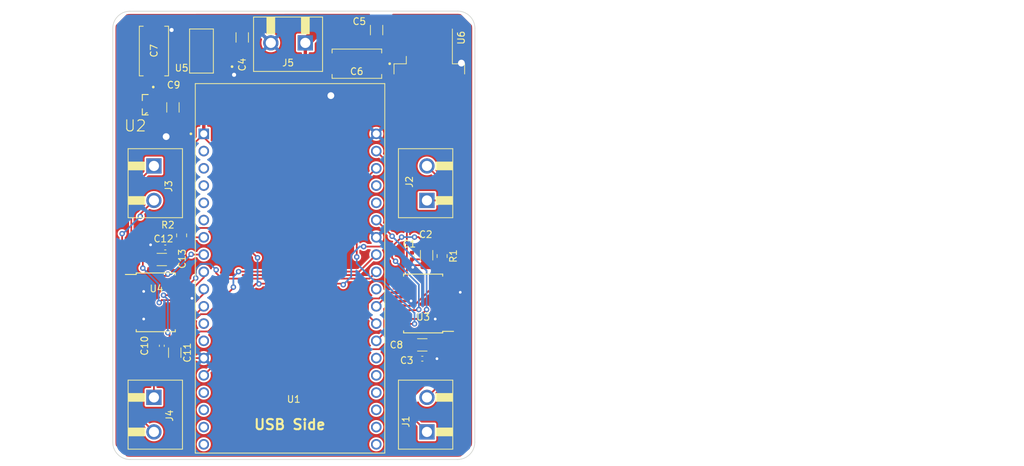
<source format=kicad_pcb>
(kicad_pcb (version 20211014) (generator pcbnew)
  (layers (0 "F.Cu" signal) (31 "B.Cu" power) (34 "B.Paste" user) (35 "F.Paste" user) (36 "B.SilkS" user "B.Silkscreen") (37 "F.SilkS" user "F.Silkscreen") (38 "B.Mask" user) (39 "F.Mask" user) (44 "Edge.Cuts" user))
  (net 0 "")
  (net 1 "+3V3")
  (net 2 "GND")
  (net 3 "+5V")
  (net 4 "Vin")
  (net 5 "AO1_M1")
  (net 6 "AO2_M1")
  (net 7 "BO1_M1")
  (net 8 "BO2_M1")
  (net 9 "AO1_M2")
  (net 10 "AO2_M2")
  (net 11 "BO1_M2")
  (net 12 "BO2_M2")
  (net 13 "STBY_M1")
  (net 14 "STBY_M2")
  (net 21 "AIN1_M2")
  (net 22 "AIN2_M2")
  (net 23 "BIN2_M2")
  (net 26 "AIN1_M1")
  (net 30 "PWM_B_M1")
  (net 31 "PWM_A_M1")
  (net 34 "AIN2_M1")
  (net 35 "PWM_B_M2")
  (net 36 "PWM_A_M2")
  (net 38 "BIN2_M1")
  (net 45 "BIN1_M2")
  (net 46 "BIN1_M1")
  (footprint "Capacitor_SMD:C_0402_1005Metric" (layer "F.Cu") (at 171.6024 125.111)
    (fp_text reference "C3" (at -2.286 0.254) (layer "F.SilkS"))
    (fp_text value "0.1uF")
    (pad "1" smd roundrect (at -0.48 0) (size 0.56 0.62) (layers "F.Cu" "F.Paste" "F.Mask") (net 3 "+5V"))
    (pad "2" smd roundrect (at 0.48 0) (size 0.56 0.62) (layers "F.Cu" "F.Paste" "F.Mask") (net 2 "GND"))
  )
  (footprint "Capacitor_SMD:C_1206_3216Metric" (layer "F.Cu") (at 133.2484 110.506 180)
    (fp_text reference "C13" (at -3 0.1 90) (layer "F.SilkS"))
    (fp_text value "10uF")
    (pad "1" smd roundrect (at -1.475 0 180) (size 1.15 1.8) (layers "F.Cu" "F.Paste" "F.Mask") (roundrect_rratio 0.217391) (net 3 "+5V"))
    (pad "2" smd roundrect (at 1.475 0 180) (size 1.15 1.8) (layers "F.Cu" "F.Paste" "F.Mask") (roundrect_rratio 0.217391) (net 2 "GND"))
  )
  (footprint "Capacitor_SMD:C_0402_1005Metric" (layer "F.Cu") (at 133.2484 123.206 -90)
    (fp_text reference "C10" (at 0 2.54 90) (layer "F.SilkS"))
    (fp_text value "0.1uF")
    (pad "1" smd roundrect (at -0.48 0 270) (size 0.56 0.62) (layers "F.Cu" "F.Paste" "F.Mask") (net 1 "+3V3"))
    (pad "2" smd roundrect (at 0.48 0 270) (size 0.56 0.62) (layers "F.Cu" "F.Paste" "F.Mask") (net 2 "GND"))
  )
  (footprint "Capacitor_SMD:C_0402_1005Metric" (layer "F.Cu") (at 170.0784 109.998 -90)
    (fp_text reference "C1" (at -1.778 0.381 180) (layer "F.SilkS"))
    (fp_text value "0.1uF")
    (pad "1" smd roundrect (at -0.48 0 270) (size 0.56 0.62) (layers "F.Cu" "F.Paste" "F.Mask") (net 1 "+3V3"))
    (pad "2" smd roundrect (at 0.48 0 270) (size 0.56 0.62) (layers "F.Cu" "F.Paste" "F.Mask") (net 2 "GND"))
  )
  (footprint "SnapEDA Library:1760490000" (layer "F.Cu") (at 154.3819 78.61 180)
    (fp_text reference "J5" (at 2.54 -2.94 180) (layer "F.SilkS") (effects (font (size 1.000724 1.000724))))
    (fp_text value "1760510000")
    (pad "1" thru_hole rect locked (at 0 0 180) (size 2.25 2.25) (drill 1.5) (layers *.Cu *.Mask) (net 4 "Vin"))
    (pad "2" thru_hole circle locked (at 5.08 0 180) (size 2.25 2.25) (drill 1.5) (layers *.Cu *.Mask) (net 2 "GND"))
  )
  (footprint "Package_SO:SSOP-24_5.3x8.2mm_P0.65mm" (layer "F.Cu") (at 132.3594 116.81)
    (fp_text reference "U4" (at 0.1075 -2) (layer "F.SilkS"))
    (fp_text value "TB6612FNG")
    (pad "1" smd rect (at -3.6 -3.575) (size 1.75 0.45) (layers "F.Cu" "F.Paste" "F.Mask") (net 9 "AO1_M2"))
    (pad "2" smd rect (at -3.6 -2.925) (size 1.75 0.45) (layers "F.Cu" "F.Paste" "F.Mask") (net 9 "AO1_M2"))
    (pad "3" smd rect (at -3.6 -2.275) (size 1.75 0.45) (layers "F.Cu" "F.Paste" "F.Mask") (net 2 "GND"))
    (pad "4" smd rect (at -3.6 -1.625) (size 1.75 0.45) (layers "F.Cu" "F.Paste" "F.Mask") (net 2 "GND"))
    (pad "5" smd rect (at -3.6 -0.975) (size 1.75 0.45) (layers "F.Cu" "F.Paste" "F.Mask") (net 10 "AO2_M2"))
    (pad "6" smd rect (at -3.6 -0.325) (size 1.75 0.45) (layers "F.Cu" "F.Paste" "F.Mask") (net 10 "AO2_M2"))
    (pad "7" smd rect (at -3.6 0.325) (size 1.75 0.45) (layers "F.Cu" "F.Paste" "F.Mask") (net 12 "BO2_M2"))
    (pad "8" smd rect (at -3.6 0.975) (size 1.75 0.45) (layers "F.Cu" "F.Paste" "F.Mask") (net 12 "BO2_M2"))
    (pad "9" smd rect (at -3.6 1.625) (size 1.75 0.45) (layers "F.Cu" "F.Paste" "F.Mask") (net 2 "GND"))
    (pad "10" smd rect (at -3.6 2.275) (size 1.75 0.45) (layers "F.Cu" "F.Paste" "F.Mask") (net 2 "GND"))
    (pad "11" smd rect (at -3.6 2.925) (size 1.75 0.45) (layers "F.Cu" "F.Paste" "F.Mask") (net 11 "BO1_M2"))
    (pad "12" smd rect (at -3.6 3.575) (size 1.75 0.45) (layers "F.Cu" "F.Paste" "F.Mask") (net 11 "BO1_M2"))
    (pad "13" smd rect (at 3.6 3.575) (size 1.75 0.45) (layers "F.Cu" "F.Paste" "F.Mask") (net 3 "+5V"))
    (pad "14" smd rect (at 3.6 2.925) (size 1.75 0.45) (layers "F.Cu" "F.Paste" "F.Mask") (net 3 "+5V"))
    (pad "15" smd rect (at 3.6 2.275) (size 1.75 0.45) (layers "F.Cu" "F.Paste" "F.Mask") (net 35 "PWM_B_M2"))
    (pad "16" smd rect (at 3.6 1.625) (size 1.75 0.45) (layers "F.Cu" "F.Paste" "F.Mask") (net 23 "BIN2_M2"))
    (pad "17" smd rect (at 3.6 0.975) (size 1.75 0.45) (layers "F.Cu" "F.Paste" "F.Mask") (net 45 "BIN1_M2"))
    (pad "18" smd rect (at 3.6 0.325) (size 1.75 0.45) (layers "F.Cu" "F.Paste" "F.Mask") (net 2 "GND"))
    (pad "19" smd rect (at 3.6 -0.325) (size 1.75 0.45) (layers "F.Cu" "F.Paste" "F.Mask") (net 14 "STBY_M2"))
    (pad "20" smd rect (at 3.6 -0.975) (size 1.75 0.45) (layers "F.Cu" "F.Paste" "F.Mask") (net 1 "+3V3"))
    (pad "21" smd rect (at 3.6 -1.625) (size 1.75 0.45) (layers "F.Cu" "F.Paste" "F.Mask") (net 21 "AIN1_M2"))
    (pad "22" smd rect (at 3.6 -2.275) (size 1.75 0.45) (layers "F.Cu" "F.Paste" "F.Mask") (net 22 "AIN2_M2"))
    (pad "23" smd rect (at 3.6 -2.925) (size 1.75 0.45) (layers "F.Cu" "F.Paste" "F.Mask") (net 36 "PWM_A_M2"))
    (pad "24" smd rect (at 3.6 -3.575) (size 1.75 0.45) (layers "F.Cu" "F.Paste" "F.Mask") (net 3 "+5V"))
  )
  (footprint "Resistor_SMD:R_0805_2012Metric" (layer "F.Cu") (at 136.1694 106.95 -90)
    (fp_text reference "R2" (at -1.524 2.032 180) (layer "F.SilkS"))
    (fp_text value "10k")
    (pad "1" smd roundrect (at -0.9125 0 270) (size 1.025 1.4) (layers "F.Cu" "F.Paste" "F.Mask") (roundrect_rratio 0.243902) (net 1 "+3V3"))
    (pad "2" smd roundrect (at 0.9125 0 270) (size 1.025 1.4) (layers "F.Cu" "F.Paste" "F.Mask") (roundrect_rratio 0.243902) (net 14 "STBY_M2"))
  )
  (footprint "Resistor_SMD:R_0805_2012Metric" (layer "F.Cu") (at 174.5234 109.998 -90)
    (fp_text reference "R1" (at 0 -1.65 90) (layer "F.SilkS"))
    (fp_text value "10k")
    (pad "1" smd roundrect (at -0.9125 0 270) (size 1.025 1.4) (layers "F.Cu" "F.Paste" "F.Mask") (roundrect_rratio 0.243902) (net 1 "+3V3"))
    (pad "2" smd roundrect (at 0.9125 0 270) (size 1.025 1.4) (layers "F.Cu" "F.Paste" "F.Mask") (roundrect_rratio 0.243902) (net 13 "STBY_M1"))
  )
  (footprint "Capacitor_SMD:C_1206_3216Metric" (layer "F.Cu") (at 171.6024 123.079)
    (fp_text reference "C8" (at -3.81 0) (layer "F.SilkS"))
    (fp_text value "10uF")
    (pad "1" smd roundrect (at -1.475 0) (size 1.15 1.8) (layers "F.Cu" "F.Paste" "F.Mask") (roundrect_rratio 0.217391) (net 3 "+5V"))
    (pad "2" smd roundrect (at 1.475 0) (size 1.15 1.8) (layers "F.Cu" "F.Paste" "F.Mask") (roundrect_rratio 0.217391) (net 2 "GND"))
  )
  (footprint "Capacitor_SMD:C_1206_3216Metric" (layer "F.Cu") (at 134.8894 88.11 -90)
    (fp_text reference "C9" (at -3.3 -0.1 180) (layer "F.SilkS"))
    (fp_text value "10uF")
    (pad "1" smd roundrect (at -1.475 0 270) (size 1.15 1.8) (layers "F.Cu" "F.Paste" "F.Mask") (roundrect_rratio 0.217391) (net 3 "+5V"))
    (pad "2" smd roundrect (at 1.475 0 270) (size 1.15 1.8) (layers "F.Cu" "F.Paste" "F.Mask") (roundrect_rratio 0.217391) (net 2 "GND"))
  )
  (footprint "Capacitor_SMD:C_1206_3216Metric" (layer "F.Cu") (at 172.2374 109.871 -90)
    (fp_text reference "C2" (at -3.048 0.127 180) (layer "F.SilkS"))
    (fp_text value "10uF")
    (pad "1" smd roundrect (at -1.475 0 270) (size 1.15 1.8) (layers "F.Cu" "F.Paste" "F.Mask") (roundrect_rratio 0.217391) (net 1 "+3V3"))
    (pad "2" smd roundrect (at 1.475 0 270) (size 1.15 1.8) (layers "F.Cu" "F.Paste" "F.Mask") (roundrect_rratio 0.217391) (net 2 "GND"))
  )
  (footprint "SnapEDA Library:CAPMP7343X310N" (layer "F.Cu") (at 132.0894 79.81 90)
    (fp_text reference "C7" (at 0.038 0.016 90) (layer "F.SilkS"))
    (fp_text value "100uF")
    (pad "1" smd rect locked (at -3.11 0 90) (size 2.3 2.52) (layers "F.Cu" "F.Paste" "F.Mask") (net 1 "+3V3"))
    (pad "2" smd rect locked (at 3.11 0 90) (size 2.3 2.52) (layers "F.Cu" "F.Paste" "F.Mask") (net 2 "GND"))
  )
  (footprint "SnapEDA Library:CAPMP7343X310N" (layer "F.Cu") (at 161.9759 81.677 180)
    (fp_text reference "C6" (at 0.0255 -1.143 180) (layer "F.SilkS"))
    (fp_text value "100uF")
    (pad "1" smd rect (at -3.11 0 180) (size 2.3 2.52) (layers "F.Cu" "F.Paste" "F.Mask") (net 3 "+5V"))
    (pad "2" smd rect (at 3.11 0 180) (size 2.3 2.52) (layers "F.Cu" "F.Paste" "F.Mask") (net 2 "GND"))
  )
  (footprint "SnapEDA Library:1760490000" (layer "F.Cu") (at 172.2894 101.81 90)
    (fp_text reference "J2" (at 2.734 -2.592 90) (layer "F.SilkS") (effects (font (size 1.000724 1.000724))))
    (fp_text value "1760510000")
    (pad "1" thru_hole rect locked (at 0 0 90) (size 2.25 2.25) (drill 1.5) (layers *.Cu *.Mask) (net 7 "BO1_M1"))
    (pad "2" thru_hole circle locked (at 5.08 0 90) (size 2.25 2.25) (drill 1.5) (layers *.Cu *.Mask) (net 8 "BO2_M1"))
  )
  (footprint "SnapEDA Library:1760490000" (layer "F.Cu") (at 172.2894 135.89 90)
    (fp_text reference "J1" (at 1.508 -3.1 90) (layer "F.SilkS") (effects (font (size 1.000724 1.000724))))
    (fp_text value "1760510000")
    (pad "1" thru_hole rect locked (at 0 0 90) (size 2.25 2.25) (drill 1.5) (layers *.Cu *.Mask) (net 5 "AO1_M1"))
    (pad "2" thru_hole circle locked (at 5.08 0 90) (size 2.25 2.25) (drill 1.5) (layers *.Cu *.Mask) (net 6 "AO2_M1"))
  )
  (footprint "Capacitor_SMD:C_1206_3216Metric" (layer "F.Cu") (at 164.8714 76.724 -90)
    (fp_text reference "C5" (at -1.27 2.54) (layer "F.SilkS"))
    (fp_text value "10uF")
    (pad "1" smd roundrect (at -1.475 0 270) (size 1.15 1.8) (layers "F.Cu" "F.Paste" "F.Mask") (roundrect_rratio 0.217391) (net 4 "Vin"))
    (pad "2" smd roundrect (at 1.475 0 270) (size 1.15 1.8) (layers "F.Cu" "F.Paste" "F.Mask") (roundrect_rratio 0.217391) (net 2 "GND"))
  )
  (footprint "Package_TO_SOT_SMD:TO-263-3_TabPin2" (layer "F.Cu") (at 172.6374 84.64 -90)
    (fp_text reference "U6" (at -6.785 -4.699 90) (layer "F.SilkS"))
    (fp_text value "LM1085-5.0")
    (pad "1" smd rect (at -5.775 -2.54 270) (size 4.6 1.1) (layers "F.Cu" "F.Paste" "F.Mask") (net 2 "GND"))
    (pad "2" smd rect (at -5.775 0 270) (size 4.6 1.1) (layers "F.Cu" "F.Paste" "F.Mask") (net 3 "+5V"))
    (pad "2" smd rect (at 3.375 0 270) (size 9.4 10.8) (layers "F.Cu" "F.Mask") (net 3 "+5V"))
    (pad "3" smd rect (at -5.775 2.54 270) (size 4.6 1.1) (layers "F.Cu" "F.Paste" "F.Mask") (net 4 "Vin"))
  )
  (footprint "Capacitor_SMD:C_0402_1005Metric" (layer "F.Cu") (at 133.7564 108.728 180)
    (fp_text reference "C12" (at 0.254 1.27) (layer "F.SilkS"))
    (fp_text value "0.1uF")
    (pad "1" smd roundrect (at -0.48 0 180) (size 0.56 0.62) (layers "F.Cu" "F.Paste" "F.Mask") (net 3 "+5V"))
    (pad "2" smd roundrect (at 0.48 0 180) (size 0.56 0.62) (layers "F.Cu" "F.Paste" "F.Mask") (net 2 "GND"))
  )
  (footprint "SnapEDA Library:SOT230P700X180-4N" (layer "F.Cu") (at 139.0894 79.81 180)
    (fp_text reference "U5" (at 2.92 -2.502 180) (layer "F.SilkS"))
    (fp_text value "ZLDO1117G33TA")
    (pad "1" smd roundrect locked (at -3.01 -2.3 180) (size 1.81 0.89) (layers "F.Cu" "F.Paste" "F.Mask") (roundrect_rratio 0.11) (net 2 "GND"))
    (pad "2" smd roundrect locked (at -3.01 0 180) (size 1.81 0.89) (layers "F.Cu" "F.Paste" "F.Mask") (roundrect_rratio 0.11) (net 1 "+3V3"))
    (pad "3" smd roundrect locked (at -3.01 2.3 180) (size 1.81 0.89) (layers "F.Cu" "F.Paste" "F.Mask") (roundrect_rratio 0.11) (net 4 "Vin"))
    (pad "4" smd roundrect locked (at 3.01 0 180) (size 1.81 0.89) (layers "F.Cu" "F.Paste" "F.Mask") (roundrect_rratio 0.11) (net 1 "+3V3"))
  )
  (footprint "SnapEDA Library:1760490000" (layer "F.Cu") (at 132.0894 130.81 -90)
    (fp_text reference "J4" (at 2.683 -2.302 -90) (layer "F.SilkS") (effects (font (size 1.000724 1.000724))))
    (fp_text value "1760510000")
    (pad "1" thru_hole rect locked (at 0 0 270) (size 2.25 2.25) (drill 1.5) (layers *.Cu *.Mask) (net 11 "BO1_M2"))
    (pad "2" thru_hole circle locked (at 5.08 0 270) (size 2.25 2.25) (drill 1.5) (layers *.Cu *.Mask) (net 12 "BO2_M2"))
  )
  (footprint "SnapEDA Library:1760490000" (layer "F.Cu") (at 132.0894 96.73 -90)
    (fp_text reference "J3" (at 2.981 -2.175 -90) (layer "F.SilkS") (effects (font (size 1.000724 1.000724))))
    (fp_text value "1760510000")
    (pad "1" thru_hole rect locked (at 0 0 270) (size 2.25 2.25) (drill 1.5) (layers *.Cu *.Mask) (net 9 "AO1_M2"))
    (pad "2" thru_hole circle locked (at 5.08 0 270) (size 2.25 2.25) (drill 1.5) (layers *.Cu *.Mask) (net 10 "AO2_M2"))
  )
  (footprint "Capacitor_SMD:C_1206_3216Metric" (layer "F.Cu") (at 135.1534 124.222 -90)
    (fp_text reference "C11" (at 0 -1.85 90) (layer "F.SilkS"))
    (fp_text value "10uF")
    (pad "1" smd roundrect (at -1.475 0 270) (size 1.15 1.8) (layers "F.Cu" "F.Paste" "F.Mask") (roundrect_rratio 0.217391) (net 1 "+3V3"))
    (pad "2" smd roundrect (at 1.475 0 270) (size 1.15 1.8) (layers "F.Cu" "F.Paste" "F.Mask") (roundrect_rratio 0.217391) (net 2 "GND"))
  )
  (footprint "SnapEDA Library:SOT95P240X105-3N" (layer "F.Cu") (at 131.0894 87.71 180)
    (fp_text reference "U2" (at 1.753325 -3.111 180) (layer "F.SilkS") (effects (font (size 1.640685 1.640685))))
    (fp_text value "DMG3415U-7")
    (pad "1" smd rect locked (at -1.016 -0.9652 180) (size 1.3208 0.5588) (layers "F.Cu" "F.Paste" "F.Mask") (net 2 "GND"))
    (pad "2" smd rect locked (at -1.016 0.9652 180) (size 1.3208 0.5588) (layers "F.Cu" "F.Paste" "F.Mask") (net 3 "+5V"))
    (pad "3" smd rect locked (at 1.016 0 180) (size 1.3208 0.5588) (layers "F.Cu" "F.Paste" "F.Mask") (net 1 "+3V3"))
  )
  (footprint "Package_SO:SSOP-24_5.3x8.2mm_P0.65mm" (layer "F.Cu") (at 171.7294 116.983 180)
    (fp_text reference "U3" (at 0 -2) (layer "F.SilkS"))
    (fp_text value "TB6612FNG")
    (pad "1" smd rect (at -3.6 -3.575 180) (size 1.75 0.45) (layers "F.Cu" "F.Paste" "F.Mask") (net 5 "AO1_M1"))
    (pad "2" smd rect (at -3.6 -2.925 180) (size 1.75 0.45) (layers "F.Cu" "F.Paste" "F.Mask") (net 5 "AO1_M1"))
    (pad "3" smd rect (at -3.6 -2.275 180) (size 1.75 0.45) (layers "F.Cu" "F.Paste" "F.Mask") (net 2 "GND"))
    (pad "4" smd rect (at -3.6 -1.625 180) (size 1.75 0.45) (layers "F.Cu" "F.Paste" "F.Mask") (net 2 "GND"))
    (pad "5" smd rect (at -3.6 -0.975 180) (size 1.75 0.45) (layers "F.Cu" "F.Paste" "F.Mask") (net 6 "AO2_M1"))
    (pad "6" smd rect (at -3.6 -0.325 180) (size 1.75 0.45) (layers "F.Cu" "F.Paste" "F.Mask") (net 6 "AO2_M1"))
    (pad "7" smd rect (at -3.6 0.325 180) (size 1.75 0.45) (layers "F.Cu" "F.Paste" "F.Mask") (net 8 "BO2_M1"))
    (pad "8" smd rect (at -3.6 0.975 180) (size 1.75 0.45) (layers "F.Cu" "F.Paste" "F.Mask") (net 8 "BO2_M1"))
    (pad "9" smd rect (at -3.6 1.625 180) (size 1.75 0.45) (layers "F.Cu" "F.Paste" "F.Mask") (net 2 "GND"))
    (pad "10" smd rect (at -3.6 2.275 180) (size 1.75 0.45) (layers "F.Cu" "F.Paste" "F.Mask") (net 2 "GND"))
    (pad "11" smd rect (at -3.6 2.925 180) (size 1.75 0.45) (layers "F.Cu" "F.Paste" "F.Mask") (net 7 "BO1_M1"))
    (pad "12" smd rect (at -3.6 3.575 180) (size 1.75 0.45) (layers "F.Cu" "F.Paste" "F.Mask") (net 7 "BO1_M1"))
    (pad "13" smd rect (at 3.6 3.575 180) (size 1.75 0.45) (layers "F.Cu" "F.Paste" "F.Mask") (net 3 "+5V"))
    (pad "14" smd rect (at 3.6 2.925 180) (size 1.75 0.45) (layers "F.Cu" "F.Paste" "F.Mask") (net 3 "+5V"))
    (pad "15" smd rect (at 3.6 2.275 180) (size 1.75 0.45) (layers "F.Cu" "F.Paste" "F.Mask") (net 30 "PWM_B_M1"))
    (pad "16" smd rect (at 3.6 1.625 180) (size 1.75 0.45) (layers "F.Cu" "F.Paste" "F.Mask") (net 38 "BIN2_M1"))
    (pad "17" smd rect (at 3.6 0.975 180) (size 1.75 0.45) (layers "F.Cu" "F.Paste" "F.Mask") (net 46 "BIN1_M1"))
    (pad "18" smd rect (at 3.6 0.325 180) (size 1.75 0.45) (layers "F.Cu" "F.Paste" "F.Mask") (net 2 "GND"))
    (pad "19" smd rect (at 3.6 -0.325 180) (size 1.75 0.45) (layers "F.Cu" "F.Paste" "F.Mask") (net 13 "STBY_M1"))
    (pad "20" smd rect (at 3.6 -0.975 180) (size 1.75 0.45) (layers "F.Cu" "F.Paste" "F.Mask") (net 1 "+3V3"))
    (pad "21" smd rect (at 3.6 -1.625 180) (size 1.75 0.45) (layers "F.Cu" "F.Paste" "F.Mask") (net 26 "AIN1_M1"))
    (pad "22" smd rect (at 3.6 -2.275 180) (size 1.75 0.45) (layers "F.Cu" "F.Paste" "F.Mask") (net 34 "AIN2_M1"))
    (pad "23" smd rect (at 3.6 -2.925 180) (size 1.75 0.45) (layers "F.Cu" "F.Paste" "F.Mask") (net 31 "PWM_A_M1"))
    (pad "24" smd rect (at 3.6 -3.575 180) (size 1.75 0.45) (layers "F.Cu" "F.Paste" "F.Mask") (net 3 "+5V"))
  )
  (footprint "SnapEDA Library:MODULE_ESP32-DEVKITC-32D" (layer "F.Cu") (at 152.129399 111.76)
    (fp_text reference "U1" (at 0.550001 19.32) (layer "F.SilkS") (effects (font (size 1.000386 1.000386))))
    (fp_text value "ESP32-DEVKITC-32D")
    (pad "J2-1" thru_hole rect locked (at -12.7 -19.76) (size 1.56 1.56) (drill 1.04) (layers *.Cu *.Mask) (net 1 "+3V3"))
    (pad "J2-2" thru_hole circle locked (at -12.7 -17.22) (size 1.56 1.56) (drill 1.04) (layers *.Cu *.Mask))
    (pad "J2-3" thru_hole circle locked (at -12.7 -14.68) (size 1.56 1.56) (drill 1.04) (layers *.Cu *.Mask))
    (pad "J2-4" thru_hole circle locked (at -12.7 -12.14) (size 1.56 1.56) (drill 1.04) (layers *.Cu *.Mask))
    (pad "J2-5" thru_hole circle locked (at -12.7 -9.6) (size 1.56 1.56) (drill 1.04) (layers *.Cu *.Mask))
    (pad "J2-6" thru_hole circle locked (at -12.7 -7.06) (size 1.56 1.56) (drill 1.04) (layers *.Cu *.Mask))
    (pad "J2-7" thru_hole circle locked (at -12.7 -4.52) (size 1.56 1.56) (drill 1.04) (layers *.Cu *.Mask) (net 14 "STBY_M2"))
    (pad "J2-8" thru_hole circle locked (at -12.7 -1.98) (size 1.56 1.56) (drill 1.04) (layers *.Cu *.Mask) (net 21 "AIN1_M2"))
    (pad "J2-9" thru_hole circle locked (at -12.7 0.56) (size 1.56 1.56) (drill 1.04) (layers *.Cu *.Mask) (net 22 "AIN2_M2"))
    (pad "J2-10" thru_hole circle locked (at -12.7 3.1) (size 1.56 1.56) (drill 1.04) (layers *.Cu *.Mask) (net 45 "BIN1_M2"))
    (pad "J2-11" thru_hole circle locked (at -12.7 5.64) (size 1.56 1.56) (drill 1.04) (layers *.Cu *.Mask) (net 23 "BIN2_M2"))
    (pad "J2-12" thru_hole circle locked (at -12.7 8.18) (size 1.56 1.56) (drill 1.04) (layers *.Cu *.Mask))
    (pad "J2-13" thru_hole circle locked (at -12.7 10.72) (size 1.56 1.56) (drill 1.04) (layers *.Cu *.Mask))
    (pad "J2-14" thru_hole circle locked (at -12.7 13.26) (size 1.56 1.56) (drill 1.04) (layers *.Cu *.Mask) (net 2 "GND"))
    (pad "J2-15" thru_hole circle locked (at -12.7 15.8) (size 1.56 1.56) (drill 1.04) (layers *.Cu *.Mask) (net 26 "AIN1_M1"))
    (pad "J2-16" thru_hole circle locked (at -12.7 18.34) (size 1.56 1.56) (drill 1.04) (layers *.Cu *.Mask))
    (pad "J2-17" thru_hole circle locked (at -12.7 20.88) (size 1.56 1.56) (drill 1.04) (layers *.Cu *.Mask))
    (pad "J2-18" thru_hole circle locked (at -12.7 23.42) (size 1.56 1.56) (drill 1.04) (layers *.Cu *.Mask))
    (pad "J2-19" thru_hole circle locked (at -12.7 25.96) (size 1.56 1.56) (drill 1.04) (layers *.Cu *.Mask))
    (pad "J3-1" thru_hole circle locked (at 12.7 -19.76) (size 1.56 1.56) (drill 1.04) (layers *.Cu *.Mask) (net 2 "GND"))
    (pad "J3-2" thru_hole circle locked (at 12.7 -17.22) (size 1.56 1.56) (drill 1.04) (layers *.Cu *.Mask) (net 30 "PWM_B_M1"))
    (pad "J3-3" thru_hole circle locked (at 12.7 -14.68) (size 1.56 1.56) (drill 1.04) (layers *.Cu *.Mask) (net 31 "PWM_A_M1"))
    (pad "J3-4" thru_hole circle locked (at 12.7 -12.14) (size 1.56 1.56) (drill 1.04) (layers *.Cu *.Mask))
    (pad "J3-5" thru_hole circle locked (at 12.7 -9.6) (size 1.56 1.56) (drill 1.04) (layers *.Cu *.Mask))
    (pad "J3-6" thru_hole circle locked (at 12.7 -7.06) (size 1.56 1.56) (drill 1.04) (layers *.Cu *.Mask) (net 34 "AIN2_M1"))
    (pad "J3-7" thru_hole circle locked (at 12.7 -4.52) (size 1.56 1.56) (drill 1.04) (layers *.Cu *.Mask) (net 2 "GND"))
    (pad "J3-8" thru_hole circle locked (at 12.7 -1.98) (size 1.56 1.56) (drill 1.04) (layers *.Cu *.Mask) (net 35 "PWM_B_M2"))
    (pad "J3-9" thru_hole circle locked (at 12.7 0.56) (size 1.56 1.56) (drill 1.04) (layers *.Cu *.Mask) (net 36 "PWM_A_M2"))
    (pad "J3-10" thru_hole circle locked (at 12.7 3.1) (size 1.56 1.56) (drill 1.04) (layers *.Cu *.Mask))
    (pad "J3-11" thru_hole circle locked (at 12.7 5.64) (size 1.56 1.56) (drill 1.04) (layers *.Cu *.Mask) (net 46 "BIN1_M1"))
    (pad "J3-12" thru_hole circle locked (at 12.7 8.18) (size 1.56 1.56) (drill 1.04) (layers *.Cu *.Mask) (net 38 "BIN2_M1"))
    (pad "J3-13" thru_hole circle locked (at 12.7 10.72) (size 1.56 1.56) (drill 1.04) (layers *.Cu *.Mask) (net 13 "STBY_M1"))
    (pad "J3-14" thru_hole circle locked (at 12.7 13.26) (size 1.56 1.56) (drill 1.04) (layers *.Cu *.Mask))
    (pad "J3-15" thru_hole circle locked (at 12.7 15.8) (size 1.56 1.56) (drill 1.04) (layers *.Cu *.Mask))
    (pad "J3-16" thru_hole circle locked (at 12.7 18.34) (size 1.56 1.56) (drill 1.04) (layers *.Cu *.Mask))
    (pad "J3-17" thru_hole circle locked (at 12.7 20.88) (size 1.56 1.56) (drill 1.04) (layers *.Cu *.Mask))
    (pad "J3-18" thru_hole circle locked (at 12.7 23.42) (size 1.56 1.56) (drill 1.04) (layers *.Cu *.Mask))
    (pad "J3-19" thru_hole circle locked (at 12.7 25.96) (size 1.56 1.56) (drill 1.04) (layers *.Cu *.Mask))
  )
  (footprint "Capacitor_SMD:C_1206_3216Metric" (layer "F.Cu") (at 145.0894 77.81 90)
    (fp_text reference "C4" (at -4 0 90) (layer "F.SilkS"))
    (fp_text value "10uF")
    (pad "1" smd roundrect (at -1.475 0 90) (size 1.15 1.8) (layers "F.Cu" "F.Paste" "F.Mask") (roundrect_rratio 0.217391) (net 4 "Vin"))
    (pad "2" smd roundrect (at 1.475 0 90) (size 1.15 1.8) (layers "F.Cu" "F.Paste" "F.Mask") (roundrect_rratio 0.217391) (net 2 "GND"))
  )
  (gr_line (start 128.567451 73.948051) (end 176.8094 73.93) (layer "Edge.Cuts") (width 0.1))
  (gr_arc (start 176.8094 73.93) (mid 178.605451 74.673949) (end 179.3494 76.47) (layer "Edge.Cuts") (width 0.1))
  (gr_line (start 179.3494 76.47) (end 179.331349 137.411949) (layer "Edge.Cuts") (width 0.1))
  (gr_arc (start 179.331349 137.411949) (mid 178.5874 139.208) (end 176.791349 139.951949) (layer "Edge.Cuts") (width 0.1))
  (gr_line (start 176.791349 139.951949) (end 128.567451 139.951949) (layer "Edge.Cuts") (width 0.1))
  (gr_line (start 126.027451 137.411949) (end 126.027451 76.488051) (layer "Edge.Cuts") (width 0.1))
  (gr_arc (start 126.027451 76.488051) (mid 126.7714 74.692) (end 128.567451 73.948051) (layer "Edge.Cuts") (width 0.1))
  (gr_arc (start 128.567451 139.951949) (mid 126.7714 139.208) (end 126.027451 137.411949) (layer "Edge.Cuts") (width 0.1))
  (gr_text "USB Side" (at 152.0894 134.81) (layer "F.SilkS") (effects (font (size 1.5 1.5) (thickness 0.3))))
  (segment (start 142.953911 105.860511) (end 142.115711 105.860511) (width 0.254) (layer "F.Cu") (net 1))
  (segment (start 136.346389 105.860511) (end 136.1694 106.0375) (width 0.254) (layer "F.Cu") (net 1))
  (segment (start 171.0454 107.204) (end 172.2374 108.396) (width 0.254) (layer "F.Cu") (net 1))
  (segment (start 136.0794 79.81) (end 132.9694 82.92) (width 0.5) (layer "F.Cu") (net 1))
  (segment (start 130.0734 87.71) (end 130.0734 84.936) (width 0.5) (layer "F.Cu") (net 1))
  (segment (start 134.3914 121.555) (end 134.3914 121.985) (width 0.254) (layer "F.Cu") (net 1))
  (segment (start 141.1478 94.2246) (end 141.1478 104.8926) (width 0.254) (layer "F.Cu") (net 1))
  (segment (start 135.1324 122.726) (end 135.1534 122.747) (width 0.254) (layer "F.Cu") (net 1))
  (segment (start 139.429399 92) (end 139.429399 92.506199) (width 0.254) (layer "F.Cu") (net 1))
  (segment (start 133.2484 122.726) (end 135.1324 122.726) (width 0.254) (layer "F.Cu") (net 1))
  (segment (start 167.1574 108.601) (end 168.5544 107.204) (width 0.254) (layer "F.Cu") (net 1))
  (segment (start 140.078289 121.100511) (end 136.799889 121.100511) (width 0.254) (layer "F.Cu") (net 1))
  (segment (start 171.0084 117.958) (end 171.0944 117.872) (width 0.254) (layer "F.Cu") (net 1))
  (segment (start 147.5486 114.099011) (end 147.079789 114.099011) (width 0.254) (layer "F.Cu") (net 1))
  (segment (start 137.6172 104.5897) (end 137.6172 93.812199) (width 0.254) (layer "F.Cu") (net 1))
  (segment (start 139.429399 92.506199) (end 141.1478 94.2246) (width 0.254) (layer "F.Cu") (net 1))
  (segment (start 136.1694 106.0375) (end 137.6172 104.5897) (width 0.254) (layer "F.Cu") (net 1))
  (segment (start 135.8829 115.7585) (end 135.9594 115.835) (width 0.254) (layer "F.Cu") (net 1))
  (segment (start 141.1478 104.8926) (end 142.115711 105.860511) (width 0.254) (layer "F.Cu") (net 1))
  (segment (start 167.1574 110.252) (end 167.1574 108.601) (width 0.254) (layer "F.Cu") (net 1))
  (segment (start 139.429399 83.159999) (end 139.429399 92) (width 0.5) (layer "F.Cu") (net 1))
  (segment (start 142.115711 105.860511) (end 136.346389 105.860511) (width 0.254) (layer "F.Cu") (net 1))
  (segment (start 147.079789 114.099011) (end 140.078289 121.100511) (width 0.254) (layer "F.Cu") (net 1))
  (segment (start 167.6654 110.76) (end 167.1574 110.252) (width 0.254) (layer "F.Cu") (net 1))
  (segment (start 136.0794 79.81) (end 139.429399 83.159999) (width 0.5) (layer "F.Cu") (net 1))
  (segment (start 159.9692 114.2144) (end 159.8168 114.062) (width 0.254) (layer "F.Cu") (net 1))
  (segment (start 136.799889 121.100511) (end 135.1534 122.747) (width 0.254) (layer "F.Cu") (net 1))
  (segment (start 132.9694 82.92) (end 132.0894 82.92) (width 0.5) (layer "F.Cu") (net 1))
  (segment (start 147.585611 114.062) (end 147.5486 114.099011) (width 0.254) (layer "F.Cu") (net 1))
  (segment (start 134.1374 121.301) (end 134.3914 121.555) (width 0.254) (layer "F.Cu") (net 1))
  (segment (start 142.0994 79.81) (end 136.0794 79.81) (width 0.5) (layer "F.Cu") (net 1))
  (segment (start 137.6172 93.812199) (end 139.429399 92) (width 0.254) (layer "F.Cu") (net 1))
  (segment (start 170.4594 107.204) (end 171.0454 107.204) (width 0.254) (layer "F.Cu") (net 1))
  (segment (start 172.2374 108.396) (end 171.2004 108.396) (width 0.254) (layer "F.Cu") (net 1))
  (segment (start 172.2374 108.396) (end 173.8339 108.396) (width 0.254) (layer "F.Cu") (net 1))
  (segment (start 168.1294 117.958) (end 171.0084 117.958) (width 0.254) (layer "F.Cu") (net 1))
  (segment (start 133.498103 115.7585) (end 135.8829 115.7585) (width 0.254) (layer "F.Cu") (net 1))
  (segment (start 147.3454 110.252) (end 142.953911 105.860511) (width 0.254) (layer "F.Cu") (net 1))
  (segment (start 173.8339 108.396) (end 174.5234 109.0855) (width 0.254) (layer "F.Cu") (net 1))
  (segment (start 130.0734 84.936) (end 132.0894 82.92) (width 0.5) (layer "F.Cu") (net 1))
  (segment (start 171.2004 108.396) (end 170.0784 109.518) (width 0.254) (layer "F.Cu") (net 1))
  (segment (start 134.3914 121.985) (end 135.1534 122.747) (width 0.254) (layer "F.Cu") (net 1))
  (segment (start 159.8168 114.062) (end 147.585611 114.062) (width 0.254) (layer "F.Cu") (net 1))
  (segment (start 162.9664 108.601) (end 167.1574 108.601) (width 0.254) (layer "F.Cu") (net 1))
  (via (at 171.0944 117.872) (size 0.8) (drill 0.4) (layers "F.Cu" "B.Cu") (net 1))
  (via (at 170.4594 107.204) (size 0.8) (drill 0.4) (layers "F.Cu" "B.Cu") (net 1))
  (via (at 134.1374 121.301) (size 0.8) (drill 0.4) (layers "F.Cu" "B.Cu") (net 1))
  (via (at 162.9664 108.601) (size 0.8) (drill 0.4) (layers "F.Cu" "B.Cu") (net 1))
  (via (at 147.5486 114.099011) (size 0.8) (drill 0.4) (layers "F.Cu" "B.Cu") (net 1))
  (via (at 168.5544 107.204) (size 0.8) (drill 0.4) (layers "F.Cu" "B.Cu") (net 1))
  (via (at 167.6654 110.76) (size 0.8) (drill 0.4) (layers "F.Cu" "B.Cu") (net 1))
  (via (at 147.3454 110.252) (size 0.8) (drill 0.4) (layers "F.Cu" "B.Cu") (net 1))
  (via (at 133.498103 115.7585) (size 0.8) (drill 0.4) (layers "F.Cu" "B.Cu") (net 1))
  (via (at 159.9692 114.2144) (size 0.8) (drill 0.4) (layers "F.Cu" "B.Cu") (net 1))
  (segment (start 171.0944 117.872) (end 171.0944 114.189) (width 0.254) (layer "B.Cu") (net 1))
  (segment (start 171.0944 114.189) (end 167.6654 110.76) (width 0.254) (layer "B.Cu") (net 1))
  (segment (start 162.37059 108.601) (end 162.9664 108.601) (width 0.254) (layer "B.Cu") (net 1))
  (segment (start 147.3454 113.895811) (end 147.3454 110.252) (width 0.254) (layer "B.Cu") (net 1))
  (segment (start 147.5486 114.099011) (end 147.3454 113.895811) (width 0.254) (layer "B.Cu") (net 1))
  (segment (start 161.1376 113.046) (end 161.1376 109.83399) (width 0.254) (layer "B.Cu") (net 1))
  (segment (start 161.1376 109.83399) (end 162.37059 108.601) (width 0.254) (layer "B.Cu") (net 1))
  (segment (start 134.1374 116.397797) (end 133.498103 115.7585) (width 0.254) (layer "B.Cu") (net 1))
  (segment (start 134.1374 121.301) (end 134.1374 116.397797) (width 0.254) (layer "B.Cu") (net 1))
  (segment (start 168.5544 107.204) (end 170.4594 107.204) (width 0.254) (layer "B.Cu") (net 1))
  (segment (start 159.9692 114.2144) (end 161.1376 113.046) (width 0.254) (layer "B.Cu") (net 1))
  (segment (start 172.2374 111.346) (end 170.5084 111.346) (width 0.254) (layer "F.Cu") (net 2))
  (segment (start 131.9784 108.728) (end 131.5974 108.347) (width 0.254) (layer "F.Cu") (net 2))
  (segment (start 175.1774 78.865) (end 175.1774 79.405) (width 1.5) (layer "F.Cu") (net 2))
  (segment (start 162.3439 78.199) (end 158.8659 81.677) (width 1.5) (layer "F.Cu") (net 2))
  (segment (start 135.1534 125.697) (end 135.8304 125.02) (width 0.254) (layer "F.Cu") (net 2))
  (segment (start 175.1774 79.405) (end 177.3624 81.59) (width 1.5) (layer "F.Cu") (net 2))
  (segment (start 170.5084 111.346) (end 170.2054 111.649) (width 0.254) (layer "F.Cu") (net 2))
  (segment (start 130.3974 119.085) (end 130.5814 119.269) (width 0.254) (layer "F.Cu") (net 2))
  (segment (start 175.3294 115.358) (end 177.1644 115.358) (width 0.254) (layer "F.Cu") (net 2))
  (segment (start 137.6934 116.53) (end 137.6934 116.221) (width 0.254) (layer "F.Cu") (net 2))
  (segment (start 132.1054 90.626) (end 133.8894 92.41) (width 1.5) (layer "F.Cu") (net 2))
  (segment (start 173.0774 124.116) (end 172.0824 125.111) (width 0.254) (layer "F.Cu") (net 2))
  (segment (start 158.8659 85.6505) (end 158.1404 86.376) (width 1.5) (layer "F.Cu") (net 2))
  (segment (start 133.2764 108.728) (end 131.9784 108.728) (width 0.254) (layer "F.Cu") (net 2))
  (segment (start 177.1644 115.358) (end 177.1904 115.332) (width 0.254) (layer "F.Cu") (net 2))
  (segment (start 173.0774 124.427) (end 173.7614 125.111) (width 0.254) (layer "F.Cu") (net 2))
  (segment (start 171.3694 110.478) (end 172.2374 111.346) (width 0.254) (layer "F.Cu") (net 2))
  (segment (start 133.2484 123.792) (end 135.1534 125.697) (width 0.254) (layer "F.Cu") (net 2))
  (segment (start 142.0994 82.11) (end 142.6894 82.11) (width 0.5) (layer "F.Cu") (net 2))
  (segment (start 164.8714 78.199) (end 162.3439 78.199) (width 1.5) (layer "F.Cu") (net 2))
  (segment (start 132.1054 88.6752) (end 132.1054 90.626) (width 1.5) (layer "F.Cu") (net 2))
  (segment (start 168.1294 116.658) (end 169.8954 116.658) (width 0.254) (layer "F.Cu") (net 2))
  (segment (start 145.0894 76.335) (end 147.0269 76.335) (width 0.5) (layer "F.Cu") (net 2))
  (segment (start 128.7594 114.535) (end 128.7594 115.185) (width 0.254) (layer "F.Cu") (net 2))
  (segment (start 173.5184 119.258) (end 173.5074 119.269) (width 0.254) (layer "F.Cu") (net 2))
  (segment (start 173.0774 123.079) (end 173.0774 124.427) (width 0.254) (layer "F.Cu") (net 2))
  (segment (start 175.3294 115.358) (end 175.3294 114.708) (width 0.254) (layer "F.Cu") (net 2))
  (segment (start 131.7734 110.231) (end 133.2764 108.728) (width 0.254) (layer "F.Cu") (net 2))
  (segment (start 170.0784 111.522) (end 170.2054 111.649) (width 0.254) (layer "F.Cu") (net 2))
  (segment (start 158.8659 81.677) (end 158.8659 85.6505) (width 1.5) (layer "F.Cu") (net 2))
  (segment (start 133.2484 123.686) (end 133.2484 123.792) (width 0.254) (layer "F.Cu") (net 2))
  (segment (start 175.3294 119.258) (end 173.5184 119.258) (width 0.254) (layer "F.Cu") (net 2))
  (segment (start 135.9594 117.135) (end 137.0884 117.135) (width 0.254) (layer "F.Cu") (net 2))
  (segment (start 175.3294 118.608) (end 175.3294 119.258) (width 0.254) (layer "F.Cu") (net 2))
  (segment (start 170.0784 110.478) (end 171.3694 110.478) (width 0.254) (layer "F.Cu") (net 2))
  (segment (start 172.0824 125.111) (end 173.7614 125.111) (width 0.254) (layer "F.Cu") (net 2))
  (segment (start 134.8894 89.585) (end 134.8894 91.41) (width 1.5) (layer "F.Cu") (net 2))
  (segment (start 170.0784 110.478) (end 170.0784 111.522) (width 0.254) (layer "F.Cu") (net 2))
  (segment (start 173.0774 123.079) (end 173.0774 124.116) (width 0.254) (layer "F.Cu") (net 2))
  (segment (start 128.7594 118.435) (end 128.7594 119.085) (width 0.254) (layer "F.Cu") (net 2))
  (segment (start 142.6894 82.11) (end 143.8894 83.31) (width 0.5) (layer "F.Cu") (net 2))
  (segment (start 134.6794 76.7) (end 134.6894 76.71) (width 0.5) (layer "F.Cu") (net 2))
  (segment (start 128.7594 115.185) (end 130.5614 115.185) (width 0.254) (layer "F.Cu") (net 2))
  (segment (start 134.8894 91.41) (end 133.8894 92.41) (width 1.5) (layer "F.Cu") (net 2))
  (segment (start 147.0269 76.335) (end 149.3019 78.61) (width 0.5) (layer "F.Cu") (net 2))
  (segment (start 169.8954 116.658) (end 169.9514 116.602) (width 0.254) (layer "F.Cu") (net 2))
  (segment (start 128.7594 119.085) (end 130.3974 119.085) (width 0.254) (layer "F.Cu") (net 2))
  (segment (start 131.7734 108.523) (end 131.5974 108.347) (width 0.254) (layer "F.Cu") (net 2))
  (segment (start 130.5614 115.185) (end 130.5814 115.205) (width 0.254) (layer "F.Cu") (net 2))
  (segment (start 137.0884 117.135) (end 137.6934 116.53) (width 0.254) (layer "F.Cu") (net 2))
  (segment (start 131.7734 110.506) (end 131.7734 108.523) (width 0.254) (layer "F.Cu") (net 2))
  (segment (start 131.7734 110.506) (end 131.7734 110.231) (width 0.254) (layer "F.Cu") (net 2))
  (segment (start 132.0894 76.7) (end 134.6794 76.7) (width 0.5) (layer "F.Cu") (net 2))
  (segment (start 135.8304 125.02) (end 139.429399 125.02) (width 0.254) (layer "F.Cu") (net 2))
  (via (at 133.8894 92.41) (size 2) (drill 1) (layers "F.Cu" "B.Cu") (net 2))
  (via (at 137.6934 116.221) (size 0.8) (drill 0.4) (layers "F.Cu" "B.Cu") (net 2))
  (via (at 173.5074 119.269) (size 0.8) (drill 0.4) (layers "F.Cu" "B.Cu") (net 2))
  (via (at 177.1904 115.332) (size 0.8) (drill 0.4) (layers "F.Cu" "B.Cu") (net 2))
  (via (at 158.1404 86.376) (size 2) (drill 1) (layers "F.Cu" "B.Cu") (net 2))
  (via (at 134.6894 76.71) (size 1.2) (drill 0.6) (layers "F.Cu" "B.Cu") (net 2))
  (via (at 130.5814 115.205) (size 0.8) (drill 0.4) (layers "F.Cu" "B.Cu") (net 2))
  (via (at 143.8894 83.31) (size 1.2) (drill 0.6) (layers "F.Cu" "B.Cu") (net 2))
  (via (at 169.9514 116.602) (size 0.8) (drill 0.4) (layers "F.Cu" "B.Cu") (net 2))
  (via (at 131.5974 108.347) (size 0.8) (drill 0.4) (layers "F.Cu" "B.Cu") (net 2))
  (via (at 177.3624 81.59) (size 2) (drill 1) (layers "F.Cu" "B.Cu") (net 2))
  (via (at 130.5814 119.269) (size 0.8) (drill 0.4) (layers "F.Cu" "B.Cu") (net 2))
  (via (at 170.2054 111.649) (size 0.8) (drill 0.4) (layers "F.Cu" "B.Cu") (net 2))
  (via (at 173.7614 125.111) (size 0.8) (drill 0.4) (layers "F.Cu" "B.Cu") (net 2))
  (segment (start 172.6374 78.865) (end 172.6374 88.015) (width 1.5) (layer "F.Cu") (net 3))
  (segment (start 135.9594 120.385) (end 135.9594 119.735) (width 0.254) (layer "F.Cu") (net 3))
  (segment (start 134.7234 110.506) (end 134.7234 109.215) (width 0.254) (layer "F.Cu") (net 3))
  (segment (start 134.7234 109.215) (end 134.2364 108.728) (width 0.254) (layer "F.Cu") (net 3))
  (segment (start 157.0299 75.962) (end 164.1584 75.962) (width 1.5) (layer "F.Cu") (net 4))
  (segment (start 146.6144 80.81) (end 145.0894 79.285) (width 0.5) (layer "F.Cu") (net 4))
  (segment (start 154.3819 78.61) (end 154.3819 80.5175) (width 0.5) (layer "F.Cu") (net 4))
  (segment (start 166.4814 75.249) (end 170.0974 78.865) (width 1.5) (layer "F.Cu") (net 4))
  (segment (start 143.8744 79.285) (end 142.0994 77.51) (width 0.5) (layer "F.Cu") (net 4))
  (segment (start 164.8714 75.249) (end 166.4814 75.249) (width 1.5) (layer "F.Cu") (net 4))
  (segment (start 164.1584 75.962) (end 164.8714 75.249) (width 1.5) (layer "F.Cu") (net 4))
  (segment (start 154.3819 80.5175) (end 154.0894 80.81) (width 0.5) (layer "F.Cu") (net 4))
  (segment (start 154.0894 80.81) (end 146.6144 80.81) (width 0.5) (layer "F.Cu") (net 4))
  (segment (start 145.0894 79.285) (end 143.8744 79.285) (width 0.5) (layer "F.Cu") (net 4))
  (segment (start 157.0299 75.962) (end 154.3819 78.61) (width 1.5) (layer "F.Cu") (net 4))
  (segment (start 170.4594 130.510885) (end 175.3294 125.640885) (width 0.254) (layer "F.Cu") (net 5))
  (segment (start 172.2894 135.89) (end 170.4594 134.06) (width 0.254) (layer "F.Cu") (net 5))
  (segment (start 175.3294 119.908) (end 175.3294 120.558) (width 0.254) (layer "F.Cu") (net 5))
  (segment (start 175.3294 125.640885) (end 175.3294 120.558) (width 0.254) (layer "F.Cu") (net 5))
  (segment (start 170.4594 134.06) (end 170.4594 130.510885) (width 0.254) (layer "F.Cu") (net 5))
  (segment (start 172.2894 130.81) (end 176.6369 126.4625) (width 0.254) (layer "F.Cu") (net 6))
  (segment (start 176.8094 126.29) (end 176.6369 126.4625) (width 0.254) (layer "F.Cu") (net 6))
  (segment (start 175.3294 117.958) (end 176.432422 117.958) (width 0.254) (layer "F.Cu") (net 6))
  (segment (start 175.3294 117.308) (end 175.3294 117.958) (width 0.254) (layer "F.Cu") (net 6))
  (segment (start 176.432422 117.958) (end 176.8094 118.334978) (width 0.254) (layer "F.Cu") (net 6))
  (segment (start 176.8094 118.334978) (end 176.8094 126.29) (width 0.254) (layer "F.Cu") (net 6))
  (segment (start 172.2894 101.81) (end 173.7014 101.81) (width 0.254) (layer "F.Cu") (net 7))
  (segment (start 175.85792 103.96652) (end 175.85792 112.87948) (width 0.254) (layer "F.Cu") (net 7))
  (segment (start 175.85792 112.87948) (end 175.3294 113.408) (width 0.254) (layer "F.Cu") (net 7))
  (segment (start 175.3294 113.408) (end 175.3294 114.058) (width 0.254) (layer "F.Cu") (net 7))
  (segment (start 173.7014 101.81) (end 175.85792 103.96652) (width 0.254) (layer "F.Cu") (net 7))
  (segment (start 175.3294 116.658) (end 175.3294 116.008) (width 0.254) (layer "F.Cu") (net 8))
  (segment (start 172.2894 96.73) (end 178.0794 102.52) (width 0.254) (layer "F.Cu") (net 8))
  (segment (start 178.0794 116.221) (end 177.6424 116.658) (width 0.254) (layer "F.Cu") (net 8))
  (segment (start 177.6424 116.658) (end 175.3294 116.658) (width 0.254) (layer "F.Cu") (net 8))
  (segment (start 178.0794 102.52) (end 178.0794 116.221) (width 0.254) (layer "F.Cu") (net 8))
  (segment (start 128.7594 113.235) (end 128.7594 100.06) (width 0.254) (layer "F.Cu") (net 9))
  (segment (start 128.7594 113.235) (end 128.7594 113.885) (width 0.254) (layer "F.Cu") (net 9))
  (segment (start 128.7594 100.06) (end 132.0894 96.73) (width 0.254) (layer "F.Cu") (net 9))
  (segment (start 130.0734 103.826) (end 130.0734 104.156) (width 0.254) (layer "F.Cu") (net 10))
  (segment (start 132.0894 101.81) (end 130.0734 103.826) (width 0.254) (layer "F.Cu") (net 10))
  (segment (start 128.1094 116.485) (end 128.7594 116.485) (width 0.254) (layer "F.Cu") (net 10))
  (segment (start 127.4064 106.696) (end 127.4064 115.782) (width 0.254) (layer "F.Cu") (net 10))
  (segment (start 128.7594 115.835) (end 128.7594 116.485) (width 0.254) (layer "F.Cu") (net 10))
  (segment (start 127.4064 115.782) (end 128.1094 116.485) (width 0.254) (layer "F.Cu") (net 10))
  (via (at 130.0734 104.156) (size 0.8) (drill 0.4) (layers "F.Cu" "B.Cu") (net 10))
  (via (at 127.4064 106.696) (size 0.8) (drill 0.4) (layers "F.Cu" "B.Cu") (net 10))
  (segment (start 127.5334 106.696) (end 127.4064 106.696) (width 0.254) (layer "B.Cu") (net 10))
  (segment (start 130.0734 104.156) (end 127.5334 106.696) (width 0.254) (layer "B.Cu") (net 10))
  (segment (start 128.7594 119.735) (end 128.7594 120.385) (width 0.254) (layer "F.Cu") (net 11))
  (segment (start 132.0894 130.81) (end 132.0894 123.715) (width 0.254) (layer "F.Cu") (net 11))
  (segment (start 132.0894 123.715) (end 128.7594 120.385) (width 0.254) (layer "F.Cu") (net 11))
  (segment (start 127.7474 117.785) (end 128.7594 117.785) (width 0.254) (layer "F.Cu") (net 12))
  (segment (start 127.503889 118.028511) (end 127.7474 117.785) (width 0.254) (layer "F.Cu") (net 12))
  (segment (start 127.503889 131.304489) (end 127.503889 118.028511) (width 0.254) (layer "F.Cu") (net 12))
  (segment (start 132.0894 135.89) (end 127.503889 131.304489) (width 0.254) (layer "F.Cu") (net 12))
  (segment (start 128.7594 117.135) (end 128.7594 117.785) (width 0.254) (layer "F.Cu") (net 12))
  (segment (start 174.5234 110.9105) (end 174.5234 111.776) (width 0.254) (layer "F.Cu") (net 13))
  (segment (start 173.3804 112.919) (end 173.3804 114.316) (width 0.254) (layer "F.Cu") (net 13))
  (segment (start 170.367889 117.328511) (end 168.149911 117.328511) (width 0.254) (layer "F.Cu") (net 13))
  (segment (start 165.98991 117.76949) (end 166.4514 117.308) (width 0.254) (layer "F.Cu") (net 13))
  (segment (start 164.829399 122.48) (end 165.98991 121.319489) (width 0.254) (layer "F.Cu") (net 13))
  (segment (start 166.4514 117.308) (end 168.1294 117.308) (width 0.254) (layer "F.Cu") (net 13))
  (segment (start 174.5234 111.776) (end 173.3804 112.919) (width 0.254) (layer "F.Cu") (net 13))
  (segment (start 173.3804 114.316) (end 170.367889 117.328511) (width 0.254) (layer "F.Cu") (net 13))
  (segment (start 165.98991 121.319489) (end 165.98991 117.76949) (width 0.254) (layer "F.Cu") (net 13))
  (segment (start 168.149911 117.328511) (end 168.1294 117.308) (width 0.254) (layer "F.Cu") (net 13))
  (segment (start 134.8759 106.569) (end 136.1694 107.8625) (width 0.254) (layer "F.Cu") (net 14))
  (segment (start 130.4544 107.331) (end 131.2164 106.569) (width 0.254) (layer "F.Cu") (net 14))
  (segment (start 133.2384 116.485) (end 135.9594 116.485) (width 0.254) (layer "F.Cu") (net 14))
  (segment (start 136.7919 107.24) (end 139.429399 107.24) (width 0.254) (layer "F.Cu") (net 14))
  (segment (start 132.8674 116.856) (end 133.2384 116.485) (width 0.254) (layer "F.Cu") (net 14))
  (segment (start 130.4544 111.776) (end 130.4544 107.331) (width 0.254) (layer "F.Cu") (net 14))
  (segment (start 131.2164 106.569) (end 134.8759 106.569) (width 0.254) (layer "F.Cu") (net 14))
  (segment (start 136.1694 107.8625) (end 136.7919 107.24) (width 0.254) (layer "F.Cu") (net 14))
  (via (at 130.4544 111.776) (size 0.8) (drill 0.4) (layers "F.Cu" "B.Cu") (net 14))
  (via (at 132.8674 116.856) (size 0.8) (drill 0.4) (layers "F.Cu" "B.Cu") (net 14))
  (segment (start 132.8674 116.856) (end 132.771592 116.760192) (width 0.254) (layer "B.Cu") (net 14))
  (segment (start 132.771592 116.760192) (end 132.771592 114.093192) (width 0.254) (layer "B.Cu") (net 14))
  (segment (start 132.771592 114.093192) (end 130.4544 111.776) (width 0.254) (layer "B.Cu") (net 14))
  (segment (start 137.5664 109.744) (end 137.6024 109.78) (width 0.254) (layer "F.Cu") (net 21))
  (segment (start 135.9594 115.185) (end 133.9904 115.185) (width 0.254) (layer "F.Cu") (net 21))
  (segment (start 133.5024 112.919) (end 133.8834 112.919) (width 0.254) (layer "F.Cu") (net 21))
  (segment (start 137.6024 109.78) (end 139.429399 109.78) (width 0.254) (layer "F.Cu") (net 21))
  (segment (start 133.8834 112.919) (end 134.1374 112.665) (width 0.254) (layer "F.Cu") (net 21))
  (segment (start 133.9904 115.185) (end 133.5024 114.697) (width 0.254) (layer "F.Cu") (net 21))
  (segment (start 133.5024 114.697) (end 133.5024 112.919) (width 0.254) (layer "F.Cu") (net 21))
  (via (at 137.5664 109.744) (size 0.8) (drill 0.4) (layers "F.Cu" "B.Cu") (net 21))
  (via (at 134.1374 112.665) (size 0.8) (drill 0.4) (layers "F.Cu" "B.Cu") (net 21))
  (segment (start 134.6454 112.665) (end 137.5664 109.744) (width 0.254) (layer "B.Cu") (net 21))
  (segment (start 134.1374 112.665) (end 134.6454 112.665) (width 0.254) (layer "B.Cu") (net 21))
  (segment (start 139.429399 113.153395) (end 138.047794 114.535) (width 0.254) (layer "F.Cu") (net 22))
  (segment (start 139.429399 112.32) (end 139.429399 113.153395) (width 0.254) (layer "F.Cu") (net 22))
  (segment (start 138.047794 114.535) (end 135.9594 114.535) (width 0.254) (layer "F.Cu") (net 22))
  (segment (start 139.429399 117.4) (end 138.394399 118.435) (width 0.254) (layer "F.Cu") (net 23))
  (segment (start 138.394399 118.435) (end 135.9594 118.435) (width 0.254) (layer "F.Cu") (net 23))
  (segment (start 166.49743 119.29397) (end 166.49743 122.46897) (width 0.254) (layer "F.Cu") (net 26))
  (segment (start 166.49743 122.46897) (end 165.2524 123.714) (width 0.254) (layer "F.Cu") (net 26))
  (segment (start 139.429399 127.56) (end 143.275399 123.714) (width 0.254) (layer "F.Cu") (net 26))
  (segment (start 167.1834 118.608) (end 166.49743 119.29397) (width 0.254) (layer "F.Cu") (net 26))
  (segment (start 143.275399 123.714) (end 165.2524 123.714) (width 0.254) (layer "F.Cu") (net 26))
  (segment (start 168.1294 118.608) (end 167.1834 118.608) (width 0.254) (layer "F.Cu") (net 26))
  (segment (start 169.0514 114.708) (end 168.1294 114.708) (width 0.254) (layer "F.Cu") (net 30))
  (segment (start 169.330911 114.428489) (end 169.0514 114.708) (width 0.254) (layer "F.Cu") (net 30))
  (segment (start 164.829399 94.54) (end 169.330911 99.041512) (width 0.254) (layer "F.Cu") (net 30))
  (segment (start 169.330911 99.041512) (end 169.330911 114.428489) (width 0.254) (layer "F.Cu") (net 30))
  (segment (start 161.9504 99.958999) (end 164.829399 97.08) (width 0.254) (layer "F.Cu") (net 31))
  (segment (start 168.2059 119.9845) (end 168.1294 119.908) (width 0.254) (layer "F.Cu") (net 31))
  (segment (start 161.9504 110.125) (end 161.9504 99.958999) (width 0.254) (layer "F.Cu") (net 31))
  (segment (start 170.4594 119.9845) (end 168.2059 119.9845) (width 0.254) (layer "F.Cu") (net 31))
  (via (at 170.4594 119.9845) (size 0.8) (drill 0.4) (layers "F.Cu" "B.Cu") (net 31))
  (via (at 161.9504 110.125) (size 0.8) (drill 0.4) (layers "F.Cu" "B.Cu") (net 31))
  (segment (start 170.4594 119.9845) (end 170.4594 118.38) (width 0.254) (layer "B.Cu") (net 31))
  (segment (start 164.549188 113.681) (end 161.9504 111.082212) (width 0.254) (layer "B.Cu") (net 31))
  (segment (start 170.4594 118.38) (end 165.7604 113.681) (width 0.254) (layer "B.Cu") (net 31))
  (segment (start 165.7604 113.681) (end 164.549188 113.681) (width 0.254) (layer "B.Cu") (net 31))
  (segment (start 161.9504 111.082212) (end 161.9504 110.125) (width 0.254) (layer "B.Cu") (net 31))
  (segment (start 164.829399 104.7) (end 167.1574 107.028001) (width 0.254) (layer "F.Cu") (net 34))
  (segment (start 172.2374 117.872) (end 170.8514 119.258) (width 0.254) (layer "F.Cu") (net 34))
  (segment (start 167.1574 107.028001) (end 167.1574 107.077) (width 0.254) (layer "F.Cu") (net 34))
  (segment (start 170.8514 119.258) (end 168.1294 119.258) (width 0.254) (layer "F.Cu") (net 34))
  (via (at 172.2374 117.872) (size 0.8) (drill 0.4) (layers "F.Cu" "B.Cu") (net 34))
  (via (at 167.1574 107.077) (size 0.8) (drill 0.4) (layers "F.Cu" "B.Cu") (net 34))
  (segment (start 167.1574 107.077) (end 172.2374 112.157) (width 0.254) (layer "B.Cu") (net 34))
  (segment (start 172.2374 112.157) (end 172.2374 117.872) (width 0.254) (layer "B.Cu") (net 34))
  (segment (start 144.5514 112.284) (end 162.325399 112.284) (width 0.254) (layer "F.Cu") (net 35))
  (segment (start 138.462141 119.085) (end 135.9594 119.085) (width 0.254) (layer "F.Cu") (net 35))
  (segment (start 162.325399 112.284) (end 164.829399 109.78) (width 0.254) (layer "F.Cu") (net 35))
  (segment (start 139.910099 118.560511) (end 143.7894 114.68121) (width 0.254) (layer "F.Cu") (net 35))
  (segment (start 139.910099 118.560511) (end 138.98663 118.560511) (width 0.254) (layer "F.Cu") (net 35))
  (segment (start 143.7894 114.68121) (end 143.7894 114.57) (width 0.254) (layer "F.Cu") (net 35))
  (segment (start 138.98663 118.560511) (end 138.462141 119.085) (width 0.254) (layer "F.Cu") (net 35))
  (via (at 144.5514 112.284) (size 0.8) (drill 0.4) (layers "F.Cu" "B.Cu") (net 35))
  (via (at 143.7894 114.57) (size 0.8) (drill 0.4) (layers "F.Cu" "B.Cu") (net 35))
  (segment (start 143.7894 113.046) (end 144.5514 112.284) (width 0.254) (layer "B.Cu") (net 35))
  (segment (start 143.7894 114.57) (end 143.7894 113.046) (width 0.254) (layer "B.Cu") (net 35))
  (segment (start 141.2494 112.03) (end 141.2494 112.49879) (width 0.254) (layer "F.Cu") (net 36))
  (segment (start 138.240999 113.237999) (end 137.593998 113.885) (width 0.254) (layer "F.Cu") (net 36))
  (segment (start 163.830888 113.318511) (end 164.829399 112.32) (width 0.254) (layer "F.Cu") (net 36))
  (segment (start 142.069121 113.318511) (end 163.830888 113.318511) (width 0.254) (layer "F.Cu") (net 36))
  (segment (start 141.2494 112.49879) (end 142.069121 113.318511) (width 0.254) (layer "F.Cu") (net 36))
  (segment (start 137.593998 113.885) (end 135.9594 113.885) (width 0.254) (layer "F.Cu") (net 36))
  (via (at 138.240999 113.237999) (size 0.8) (drill 0.4) (layers "F.Cu" "B.Cu") (net 36))
  (via (at 141.2494 112.03) (size 0.8) (drill 0.4) (layers "F.Cu" "B.Cu") (net 36))
  (segment (start 138.240999 111.867189) (end 138.948699 111.159489) (width 0.254) (layer "B.Cu") (net 36))
  (segment (start 140.378889 111.159489) (end 141.2494 112.03) (width 0.254) (layer "B.Cu") (net 36))
  (segment (start 138.948699 111.159489) (end 140.378889 111.159489) (width 0.254) (layer "B.Cu") (net 36))
  (segment (start 138.240999 113.237999) (end 138.240999 111.867189) (width 0.254) (layer "B.Cu") (net 36))
  (segment (start 163.6014 116.986788) (end 163.6014 118.712001) (width 0.254) (layer "F.Cu") (net 38))
  (segment (start 164.348699 116.239489) (end 163.6014 116.986788) (width 0.254) (layer "F.Cu") (net 38))
  (segment (start 168.1294 115.358) (end 166.1154 115.358) (width 0.254) (layer "F.Cu") (net 38))
  (segment (start 166.1154 115.358) (end 165.233911 116.239489) (width 0.254) (layer "F.Cu") (net 38))
  (segment (start 165.233911 116.239489) (end 164.348699 116.239489) (width 0.254) (layer "F.Cu") (net 38))
  (segment (start 163.6014 118.712001) (end 164.829399 119.94) (width 0.254) (layer "F.Cu") (net 38))
  (segment (start 139.429399 115.526023) (end 139.429399 114.86) (width 0.254) (layer "F.Cu") (net 45))
  (segment (start 135.9594 117.785) (end 137.170422 117.785) (width 0.254) (layer "F.Cu") (net 45))
  (segment (start 137.170422 117.785) (end 139.429399 115.526023) (width 0.254) (layer "F.Cu") (net 45))
  (segment (start 166.221399 116.008) (end 168.1294 116.008) (width 0.254) (layer "F.Cu") (net 46))
  (segment (start 164.829399 117.4) (end 166.221399 116.008) (width 0.254) (layer "F.Cu") (net 46))
  (zone (net 3) (net_name "+5V") (layer "F.Cu") (connect_pads (clearance 0)) (min_thickness 0.254) (fill yes (thermal_gap 0.508) (thermal_bridge_width 0.508))
    (polygon (pts (xy 179.3494 76.47) (xy 179.3494 137.43) (xy 176.8094 139.97) (xy 128.5494 139.97) (xy 126.0094 137.43) (xy 126.0094 76.47) (xy 128.5494 73.93) (xy 176.8094 73.93)))
  )
  (zone (net 2) (net_name "GND") (layer "B.Cu") (connect_pads (clearance 0.508)) (min_thickness 0.254) (fill yes (thermal_gap 0.508) (thermal_bridge_width 0.508))
    (polygon (pts (xy 179.3494 76.47) (xy 179.3494 137.684) (xy 176.8094 139.971181) (xy 128.2954 139.97) (xy 126.0094 137.684) (xy 126.0094 76.47) (xy 128.5494 73.93) (xy 176.8094 73.93)))
  )
)
</source>
